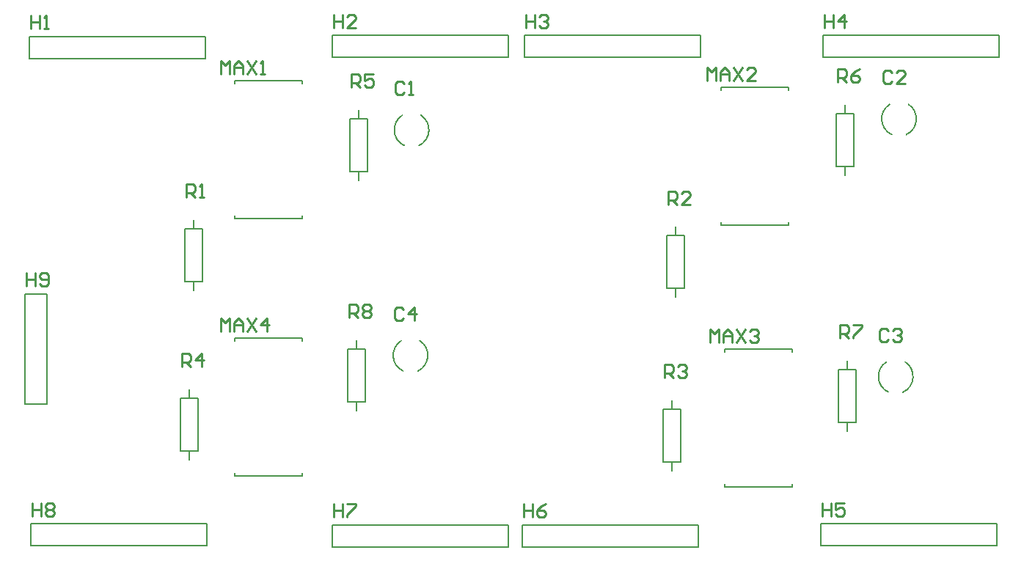
<source format=gto>
G04*
G04 #@! TF.GenerationSoftware,Altium Limited,Altium Designer,20.0.14 (345)*
G04*
G04 Layer_Color=65535*
%FSLAX23Y23*%
%MOIN*%
G70*
G01*
G75*
%ADD10C,0.008*%
%ADD11C,0.006*%
%ADD12C,0.010*%
D10*
X5058Y4368D02*
G03*
X5067Y4506I-33J72D01*
G01*
X4983D02*
G03*
X4992Y4368I42J-66D01*
G01*
X2843Y4318D02*
G03*
X2852Y4456I-33J72D01*
G01*
X2768D02*
G03*
X2777Y4318I42J-66D01*
G01*
X5043Y3197D02*
G03*
X5052Y3335I-33J72D01*
G01*
X4968D02*
G03*
X4977Y3197I42J-66D01*
G01*
X2838Y3293D02*
G03*
X2847Y3431I-33J72D01*
G01*
X2763D02*
G03*
X2772Y3293I42J-66D01*
G01*
X4680Y4720D02*
Y4820D01*
X5480D01*
Y4720D02*
Y4820D01*
X4680Y4720D02*
X5480D01*
X3325D02*
Y4820D01*
X4125D01*
Y4720D02*
Y4820D01*
X3325Y4720D02*
X4125D01*
X4740Y4465D02*
X4820D01*
Y4225D02*
Y4465D01*
X4740Y4225D02*
X4820D01*
X4740D02*
Y4465D01*
X4780D02*
Y4505D01*
Y4185D02*
Y4225D01*
X2530Y4440D02*
X2610D01*
Y4200D02*
Y4440D01*
X2530Y4200D02*
X2610D01*
X2530D02*
Y4440D01*
X2570D02*
Y4480D01*
Y4160D02*
Y4200D01*
X3970Y3670D02*
X4050D01*
X3970D02*
Y3910D01*
X4050D01*
Y3670D02*
Y3910D01*
X4010Y3630D02*
Y3670D01*
Y3910D02*
Y3950D01*
X1780Y3700D02*
X1860D01*
X1780D02*
Y3940D01*
X1860D01*
Y3700D02*
Y3940D01*
X1820Y3660D02*
Y3700D01*
Y3940D02*
Y3980D01*
X1055Y3645D02*
X1155D01*
Y3145D02*
Y3645D01*
X1055Y3145D02*
Y3645D01*
Y3145D02*
X1155D01*
X5470Y2500D02*
Y2600D01*
X4670Y2500D02*
X5470D01*
X4670D02*
Y2600D01*
X5470D01*
X4115Y2495D02*
Y2595D01*
X3315Y2495D02*
X4115D01*
X3315D02*
Y2595D01*
X4115D01*
X3250Y2495D02*
Y2595D01*
X2450Y2495D02*
X3250D01*
X2450D02*
Y2595D01*
X3250D01*
X1880Y2500D02*
Y2600D01*
X1080Y2500D02*
X1880D01*
X1080D02*
Y2600D01*
X1880D01*
X4750Y3300D02*
X4830D01*
Y3060D02*
Y3300D01*
X4750Y3060D02*
X4830D01*
X4750D02*
Y3300D01*
X4790D02*
Y3340D01*
Y3020D02*
Y3060D01*
X2520Y3395D02*
X2600D01*
Y3155D02*
Y3395D01*
X2520Y3155D02*
X2600D01*
X2520D02*
Y3395D01*
X2560D02*
Y3435D01*
Y3115D02*
Y3155D01*
X3955Y3120D02*
X4035D01*
Y2880D02*
Y3120D01*
X3955Y2880D02*
X4035D01*
X3955D02*
Y3120D01*
X3995D02*
Y3160D01*
Y2840D02*
Y2880D01*
X1760Y3170D02*
X1840D01*
Y2930D02*
Y3170D01*
X1760Y2930D02*
X1840D01*
X1760D02*
Y3170D01*
X1800D02*
Y3210D01*
Y2890D02*
Y2930D01*
X2450Y4720D02*
Y4820D01*
X3250D01*
Y4720D02*
Y4820D01*
X2450Y4720D02*
X3250D01*
X1075Y4715D02*
Y4815D01*
X1875D01*
Y4715D02*
Y4815D01*
X1075Y4715D02*
X1875D01*
D11*
X4524Y4569D02*
Y4582D01*
X4216Y3958D02*
Y3971D01*
Y3958D02*
X4524D01*
Y3971D01*
X4216Y4582D02*
X4524D01*
X4216Y4569D02*
Y4582D01*
X4540Y3379D02*
Y3392D01*
X4232Y2768D02*
Y2781D01*
Y2768D02*
X4540D01*
Y2781D01*
X4232Y3392D02*
X4540D01*
X4232Y3379D02*
Y3392D01*
X2315Y3429D02*
Y3442D01*
X2007Y2818D02*
Y2831D01*
Y2818D02*
X2315D01*
Y2831D01*
X2007Y3442D02*
X2315D01*
X2007Y3429D02*
Y3442D01*
X2313Y4599D02*
Y4612D01*
X2006Y3988D02*
Y4001D01*
Y3988D02*
X2313D01*
Y4001D01*
X2006Y4612D02*
X2313D01*
X2006Y4599D02*
Y4612D01*
D12*
X2526Y3537D02*
Y3597D01*
X2556D01*
X2566Y3587D01*
Y3567D01*
X2556Y3557D01*
X2526D01*
X2546D02*
X2566Y3537D01*
X2586Y3587D02*
X2596Y3597D01*
X2616D01*
X2626Y3587D01*
Y3577D01*
X2616Y3567D01*
X2626Y3557D01*
Y3547D01*
X2616Y3537D01*
X2596D01*
X2586Y3547D01*
Y3557D01*
X2596Y3567D01*
X2586Y3577D01*
Y3587D01*
X2596Y3567D02*
X2616D01*
X4756Y3442D02*
Y3502D01*
X4786D01*
X4796Y3492D01*
Y3472D01*
X4786Y3462D01*
X4756D01*
X4776D02*
X4796Y3442D01*
X4816Y3502D02*
X4856D01*
Y3492D01*
X4816Y3452D01*
Y3442D01*
X4746Y4607D02*
Y4667D01*
X4776D01*
X4786Y4657D01*
Y4637D01*
X4776Y4627D01*
X4746D01*
X4766D02*
X4786Y4607D01*
X4846Y4667D02*
X4826Y4657D01*
X4806Y4637D01*
Y4617D01*
X4816Y4607D01*
X4836D01*
X4846Y4617D01*
Y4627D01*
X4836Y4637D01*
X4806D01*
X2536Y4582D02*
Y4642D01*
X2566D01*
X2576Y4632D01*
Y4612D01*
X2566Y4602D01*
X2536D01*
X2556D02*
X2576Y4582D01*
X2636Y4642D02*
X2596D01*
Y4612D01*
X2616Y4622D01*
X2626D01*
X2636Y4612D01*
Y4592D01*
X2626Y4582D01*
X2606D01*
X2596Y4592D01*
X1766Y3312D02*
Y3372D01*
X1796D01*
X1806Y3362D01*
Y3342D01*
X1796Y3332D01*
X1766D01*
X1786D02*
X1806Y3312D01*
X1856D02*
Y3372D01*
X1826Y3342D01*
X1866D01*
X3961Y3262D02*
Y3322D01*
X3991D01*
X4001Y3312D01*
Y3292D01*
X3991Y3282D01*
X3961D01*
X3981D02*
X4001Y3262D01*
X4021Y3312D02*
X4031Y3322D01*
X4051D01*
X4061Y3312D01*
Y3302D01*
X4051Y3292D01*
X4041D01*
X4051D01*
X4061Y3282D01*
Y3272D01*
X4051Y3262D01*
X4031D01*
X4021Y3272D01*
X3977Y4051D02*
Y4111D01*
X4006D01*
X4016Y4101D01*
Y4081D01*
X4006Y4071D01*
X3977D01*
X3996D02*
X4016Y4051D01*
X4076D02*
X4036D01*
X4076Y4091D01*
Y4101D01*
X4066Y4111D01*
X4046D01*
X4036Y4101D01*
X1786Y4082D02*
Y4142D01*
X1816D01*
X1826Y4132D01*
Y4112D01*
X1816Y4102D01*
X1786D01*
X1806D02*
X1826Y4082D01*
X1846D02*
X1866D01*
X1856D01*
Y4142D01*
X1846Y4132D01*
X1943Y3474D02*
Y3534D01*
X1963Y3514D01*
X1983Y3534D01*
Y3474D01*
X2003D02*
Y3514D01*
X2023Y3534D01*
X2043Y3514D01*
Y3474D01*
Y3504D01*
X2003D01*
X2063Y3534D02*
X2103Y3474D01*
Y3534D02*
X2063Y3474D01*
X2153D02*
Y3534D01*
X2123Y3504D01*
X2163D01*
X4168Y3424D02*
Y3484D01*
X4188Y3464D01*
X4208Y3484D01*
Y3424D01*
X4228D02*
Y3464D01*
X4248Y3484D01*
X4268Y3464D01*
Y3424D01*
Y3454D01*
X4228D01*
X4288Y3484D02*
X4328Y3424D01*
Y3484D02*
X4288Y3424D01*
X4348Y3474D02*
X4358Y3484D01*
X4378D01*
X4388Y3474D01*
Y3464D01*
X4378Y3454D01*
X4368D01*
X4378D01*
X4388Y3444D01*
Y3434D01*
X4378Y3424D01*
X4358D01*
X4348Y3434D01*
X4153Y4615D02*
Y4674D01*
X4173Y4654D01*
X4193Y4674D01*
Y4615D01*
X4213D02*
Y4654D01*
X4233Y4674D01*
X4253Y4654D01*
Y4615D01*
Y4644D01*
X4213D01*
X4273Y4674D02*
X4313Y4615D01*
Y4674D02*
X4273Y4615D01*
X4373D02*
X4333D01*
X4373Y4654D01*
Y4664D01*
X4363Y4674D01*
X4343D01*
X4333Y4664D01*
X1061Y3739D02*
Y3679D01*
Y3709D01*
X1101D01*
Y3739D01*
Y3679D01*
X1121Y3689D02*
X1131Y3679D01*
X1151D01*
X1161Y3689D01*
Y3729D01*
X1151Y3739D01*
X1131D01*
X1121Y3729D01*
Y3719D01*
X1131Y3709D01*
X1161D01*
X1086Y2694D02*
Y2634D01*
Y2664D01*
X1126D01*
Y2694D01*
Y2634D01*
X1146Y2684D02*
X1156Y2694D01*
X1176D01*
X1186Y2684D01*
Y2674D01*
X1176Y2664D01*
X1186Y2654D01*
Y2644D01*
X1176Y2634D01*
X1156D01*
X1146Y2644D01*
Y2654D01*
X1156Y2664D01*
X1146Y2674D01*
Y2684D01*
X1156Y2664D02*
X1176D01*
X2456Y2689D02*
Y2629D01*
Y2659D01*
X2496D01*
Y2689D01*
Y2629D01*
X2516Y2689D02*
X2556D01*
Y2679D01*
X2516Y2639D01*
Y2629D01*
X3321Y2689D02*
Y2629D01*
Y2659D01*
X3361D01*
Y2689D01*
Y2629D01*
X3421Y2689D02*
X3401Y2679D01*
X3381Y2659D01*
Y2639D01*
X3391Y2629D01*
X3411D01*
X3421Y2639D01*
Y2649D01*
X3411Y2659D01*
X3381D01*
X4676Y2694D02*
Y2634D01*
Y2664D01*
X4716D01*
Y2694D01*
Y2634D01*
X4776Y2694D02*
X4736D01*
Y2664D01*
X4756Y2674D01*
X4766D01*
X4776Y2664D01*
Y2644D01*
X4766Y2634D01*
X4746D01*
X4736Y2644D01*
X4686Y4914D02*
Y4854D01*
Y4884D01*
X4726D01*
Y4914D01*
Y4854D01*
X4776D02*
Y4914D01*
X4746Y4884D01*
X4786D01*
X3331Y4914D02*
Y4854D01*
Y4884D01*
X3371D01*
Y4914D01*
Y4854D01*
X3391Y4904D02*
X3401Y4914D01*
X3421D01*
X3431Y4904D01*
Y4894D01*
X3421Y4884D01*
X3411D01*
X3421D01*
X3431Y4874D01*
Y4864D01*
X3421Y4854D01*
X3401D01*
X3391Y4864D01*
X2772Y3574D02*
X2762Y3584D01*
X2742D01*
X2732Y3574D01*
Y3534D01*
X2742Y3524D01*
X2762D01*
X2772Y3534D01*
X2822Y3524D02*
Y3584D01*
X2792Y3554D01*
X2832D01*
X4977Y3477D02*
X4967Y3487D01*
X4947D01*
X4937Y3477D01*
Y3437D01*
X4947Y3427D01*
X4967D01*
X4977Y3437D01*
X4997Y3477D02*
X5007Y3487D01*
X5027D01*
X5037Y3477D01*
Y3467D01*
X5027Y3457D01*
X5017D01*
X5027D01*
X5037Y3447D01*
Y3437D01*
X5027Y3427D01*
X5007D01*
X4997Y3437D01*
X4992Y4649D02*
X4982Y4659D01*
X4962D01*
X4952Y4649D01*
Y4609D01*
X4962Y4599D01*
X4982D01*
X4992Y4609D01*
X5052Y4599D02*
X5012D01*
X5052Y4639D01*
Y4649D01*
X5042Y4659D01*
X5022D01*
X5012Y4649D01*
X2777Y4599D02*
X2767Y4609D01*
X2747D01*
X2737Y4599D01*
Y4559D01*
X2747Y4549D01*
X2767D01*
X2777Y4559D01*
X2797Y4549D02*
X2817D01*
X2807D01*
Y4609D01*
X2797Y4599D01*
X1942Y4644D02*
Y4704D01*
X1962Y4684D01*
X1982Y4704D01*
Y4644D01*
X2002D02*
Y4684D01*
X2022Y4704D01*
X2042Y4684D01*
Y4644D01*
Y4674D01*
X2002D01*
X2062Y4704D02*
X2102Y4644D01*
Y4704D02*
X2062Y4644D01*
X2122D02*
X2142D01*
X2132D01*
Y4704D01*
X2122Y4694D01*
X2456Y4914D02*
Y4854D01*
Y4884D01*
X2496D01*
Y4914D01*
Y4854D01*
X2556D02*
X2516D01*
X2556Y4894D01*
Y4904D01*
X2546Y4914D01*
X2526D01*
X2516Y4904D01*
X1081Y4909D02*
Y4849D01*
Y4879D01*
X1121D01*
Y4909D01*
Y4849D01*
X1141D02*
X1161D01*
X1151D01*
Y4909D01*
X1141Y4899D01*
M02*

</source>
